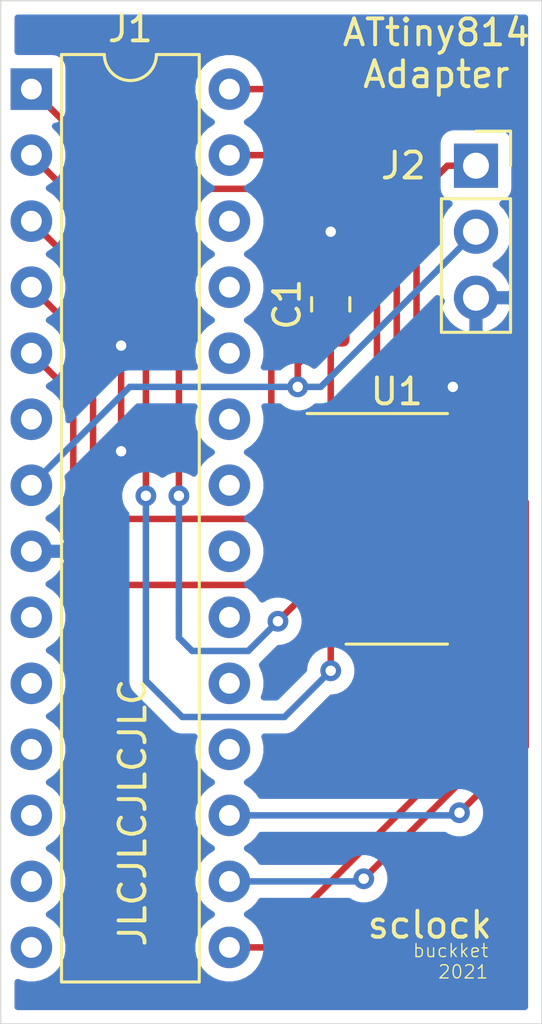
<source format=kicad_pcb>
(kicad_pcb (version 20171130) (host pcbnew 5.1.9)

  (general
    (thickness 1.6)
    (drawings 8)
    (tracks 106)
    (zones 0)
    (modules 4)
    (nets 14)
  )

  (page A4)
  (layers
    (0 F.Cu signal)
    (31 B.Cu signal)
    (32 B.Adhes user)
    (33 F.Adhes user)
    (34 B.Paste user)
    (35 F.Paste user)
    (36 B.SilkS user)
    (37 F.SilkS user)
    (38 B.Mask user)
    (39 F.Mask user)
    (40 Dwgs.User user)
    (41 Cmts.User user)
    (42 Eco1.User user)
    (43 Eco2.User user)
    (44 Edge.Cuts user)
    (45 Margin user)
    (46 B.CrtYd user)
    (47 F.CrtYd user)
    (48 B.Fab user)
    (49 F.Fab user hide)
  )

  (setup
    (last_trace_width 0.25)
    (trace_clearance 0.2)
    (zone_clearance 0.508)
    (zone_45_only no)
    (trace_min 0.2)
    (via_size 0.8)
    (via_drill 0.4)
    (via_min_size 0.4)
    (via_min_drill 0.3)
    (uvia_size 0.3)
    (uvia_drill 0.1)
    (uvias_allowed no)
    (uvia_min_size 0.2)
    (uvia_min_drill 0.1)
    (edge_width 0.05)
    (segment_width 0.2)
    (pcb_text_width 0.3)
    (pcb_text_size 1.5 1.5)
    (mod_edge_width 0.12)
    (mod_text_size 1 1)
    (mod_text_width 0.15)
    (pad_size 1.524 1.524)
    (pad_drill 0.762)
    (pad_to_mask_clearance 0)
    (aux_axis_origin 0 0)
    (visible_elements FFFFFF7F)
    (pcbplotparams
      (layerselection 0x010f0_ffffffff)
      (usegerberextensions false)
      (usegerberattributes false)
      (usegerberadvancedattributes false)
      (creategerberjobfile false)
      (excludeedgelayer true)
      (linewidth 0.100000)
      (plotframeref false)
      (viasonmask false)
      (mode 1)
      (useauxorigin false)
      (hpglpennumber 1)
      (hpglpenspeed 20)
      (hpglpendiameter 15.000000)
      (psnegative false)
      (psa4output false)
      (plotreference true)
      (plotvalue false)
      (plotinvisibletext false)
      (padsonsilk true)
      (subtractmaskfromsilk false)
      (outputformat 1)
      (mirror false)
      (drillshape 0)
      (scaleselection 1)
      (outputdirectory "plots/"))
  )

  (net 0 "")
  (net 1 +3V3)
  (net 2 GND)
  (net 3 RESET)
  (net 4 SHDN)
  (net 5 RXI)
  (net 6 CPULSE1)
  (net 7 TXO)
  (net 8 CPULSE2)
  (net 9 INT0)
  (net 10 CONFIG)
  (net 11 SDA)
  (net 12 SCL)
  (net 13 UPDI)

  (net_class Default "This is the default net class."
    (clearance 0.2)
    (trace_width 0.25)
    (via_dia 0.8)
    (via_drill 0.4)
    (uvia_dia 0.3)
    (uvia_drill 0.1)
    (add_net +3V3)
    (add_net CONFIG)
    (add_net CPULSE1)
    (add_net CPULSE2)
    (add_net GND)
    (add_net INT0)
    (add_net RESET)
    (add_net RXI)
    (add_net SCL)
    (add_net SDA)
    (add_net SHDN)
    (add_net TXO)
    (add_net UPDI)
  )

  (module Package_DIP:DIP-28_W7.62mm (layer F.Cu) (tedit 5A02E8C5) (tstamp 603E6CD8)
    (at 148.5011 105.0036)
    (descr "28-lead though-hole mounted DIP package, row spacing 7.62 mm (300 mils)")
    (tags "THT DIP DIL PDIP 2.54mm 7.62mm 300mil")
    (path /603E9A33)
    (fp_text reference J1 (at 3.81 -2.33) (layer F.SilkS)
      (effects (font (size 1 1) (thickness 0.15)))
    )
    (fp_text value Conn_02x14_Counter_Clockwise (at 10.6299 35.3314) (layer F.Fab)
      (effects (font (size 1 1) (thickness 0.15)))
    )
    (fp_line (start 8.7 -1.55) (end -1.1 -1.55) (layer F.CrtYd) (width 0.05))
    (fp_line (start 8.7 34.55) (end 8.7 -1.55) (layer F.CrtYd) (width 0.05))
    (fp_line (start -1.1 34.55) (end 8.7 34.55) (layer F.CrtYd) (width 0.05))
    (fp_line (start -1.1 -1.55) (end -1.1 34.55) (layer F.CrtYd) (width 0.05))
    (fp_line (start 6.46 -1.33) (end 4.81 -1.33) (layer F.SilkS) (width 0.12))
    (fp_line (start 6.46 34.35) (end 6.46 -1.33) (layer F.SilkS) (width 0.12))
    (fp_line (start 1.16 34.35) (end 6.46 34.35) (layer F.SilkS) (width 0.12))
    (fp_line (start 1.16 -1.33) (end 1.16 34.35) (layer F.SilkS) (width 0.12))
    (fp_line (start 2.81 -1.33) (end 1.16 -1.33) (layer F.SilkS) (width 0.12))
    (fp_line (start 0.635 -0.27) (end 1.635 -1.27) (layer F.Fab) (width 0.1))
    (fp_line (start 0.635 34.29) (end 0.635 -0.27) (layer F.Fab) (width 0.1))
    (fp_line (start 6.985 34.29) (end 0.635 34.29) (layer F.Fab) (width 0.1))
    (fp_line (start 6.985 -1.27) (end 6.985 34.29) (layer F.Fab) (width 0.1))
    (fp_line (start 1.635 -1.27) (end 6.985 -1.27) (layer F.Fab) (width 0.1))
    (fp_arc (start 3.81 -1.33) (end 2.81 -1.33) (angle -180) (layer F.SilkS) (width 0.12))
    (fp_text user %R (at 3.81 16.51) (layer F.Fab)
      (effects (font (size 1 1) (thickness 0.15)))
    )
    (pad 1 thru_hole rect (at 0 0) (size 1.6 1.6) (drill 0.8) (layers *.Cu *.Mask)
      (net 3 RESET))
    (pad 15 thru_hole oval (at 7.62 33.02) (size 1.6 1.6) (drill 0.8) (layers *.Cu *.Mask)
      (net 4 SHDN))
    (pad 2 thru_hole oval (at 0 2.54) (size 1.6 1.6) (drill 0.8) (layers *.Cu *.Mask)
      (net 5 RXI))
    (pad 16 thru_hole oval (at 7.62 30.48) (size 1.6 1.6) (drill 0.8) (layers *.Cu *.Mask)
      (net 6 CPULSE1))
    (pad 3 thru_hole oval (at 0 5.08) (size 1.6 1.6) (drill 0.8) (layers *.Cu *.Mask)
      (net 7 TXO))
    (pad 17 thru_hole oval (at 7.62 27.94) (size 1.6 1.6) (drill 0.8) (layers *.Cu *.Mask)
      (net 8 CPULSE2))
    (pad 4 thru_hole oval (at 0 7.62) (size 1.6 1.6) (drill 0.8) (layers *.Cu *.Mask)
      (net 9 INT0))
    (pad 18 thru_hole oval (at 7.62 25.4) (size 1.6 1.6) (drill 0.8) (layers *.Cu *.Mask))
    (pad 5 thru_hole oval (at 0 10.16) (size 1.6 1.6) (drill 0.8) (layers *.Cu *.Mask)
      (net 10 CONFIG))
    (pad 19 thru_hole oval (at 7.62 22.86) (size 1.6 1.6) (drill 0.8) (layers *.Cu *.Mask))
    (pad 6 thru_hole oval (at 0 12.7) (size 1.6 1.6) (drill 0.8) (layers *.Cu *.Mask))
    (pad 20 thru_hole oval (at 7.62 20.32) (size 1.6 1.6) (drill 0.8) (layers *.Cu *.Mask))
    (pad 7 thru_hole oval (at 0 15.24) (size 1.6 1.6) (drill 0.8) (layers *.Cu *.Mask)
      (net 1 +3V3))
    (pad 21 thru_hole oval (at 7.62 17.78) (size 1.6 1.6) (drill 0.8) (layers *.Cu *.Mask))
    (pad 8 thru_hole oval (at 0 17.78) (size 1.6 1.6) (drill 0.8) (layers *.Cu *.Mask)
      (net 2 GND))
    (pad 22 thru_hole oval (at 7.62 15.24) (size 1.6 1.6) (drill 0.8) (layers *.Cu *.Mask))
    (pad 9 thru_hole oval (at 0 20.32) (size 1.6 1.6) (drill 0.8) (layers *.Cu *.Mask))
    (pad 23 thru_hole oval (at 7.62 12.7) (size 1.6 1.6) (drill 0.8) (layers *.Cu *.Mask))
    (pad 10 thru_hole oval (at 0 22.86) (size 1.6 1.6) (drill 0.8) (layers *.Cu *.Mask))
    (pad 24 thru_hole oval (at 7.62 10.16) (size 1.6 1.6) (drill 0.8) (layers *.Cu *.Mask))
    (pad 11 thru_hole oval (at 0 25.4) (size 1.6 1.6) (drill 0.8) (layers *.Cu *.Mask))
    (pad 25 thru_hole oval (at 7.62 7.62) (size 1.6 1.6) (drill 0.8) (layers *.Cu *.Mask))
    (pad 12 thru_hole oval (at 0 27.94) (size 1.6 1.6) (drill 0.8) (layers *.Cu *.Mask))
    (pad 26 thru_hole oval (at 7.62 5.08) (size 1.6 1.6) (drill 0.8) (layers *.Cu *.Mask))
    (pad 13 thru_hole oval (at 0 30.48) (size 1.6 1.6) (drill 0.8) (layers *.Cu *.Mask))
    (pad 27 thru_hole oval (at 7.62 2.54) (size 1.6 1.6) (drill 0.8) (layers *.Cu *.Mask)
      (net 11 SDA))
    (pad 14 thru_hole oval (at 0 33.02) (size 1.6 1.6) (drill 0.8) (layers *.Cu *.Mask))
    (pad 28 thru_hole oval (at 7.62 0) (size 1.6 1.6) (drill 0.8) (layers *.Cu *.Mask)
      (net 12 SCL))
    (model ${KISYS3DMOD}/Package_DIP.3dshapes/DIP-28_W7.62mm.wrl
      (at (xyz 0 0 0))
      (scale (xyz 1 1 1))
      (rotate (xyz 0 0 0))
    )
  )

  (module Capacitor_SMD:C_0805_2012Metric_Pad1.18x1.45mm_HandSolder (layer F.Cu) (tedit 5F68FEEF) (tstamp 603E7EF3)
    (at 160.02 113.284 90)
    (descr "Capacitor SMD 0805 (2012 Metric), square (rectangular) end terminal, IPC_7351 nominal with elongated pad for handsoldering. (Body size source: IPC-SM-782 page 76, https://www.pcb-3d.com/wordpress/wp-content/uploads/ipc-sm-782a_amendment_1_and_2.pdf, https://docs.google.com/spreadsheets/d/1BsfQQcO9C6DZCsRaXUlFlo91Tg2WpOkGARC1WS5S8t0/edit?usp=sharing), generated with kicad-footprint-generator")
    (tags "capacitor handsolder")
    (path /60406EBD)
    (attr smd)
    (fp_text reference C1 (at 0 -1.68 90) (layer F.SilkS)
      (effects (font (size 1 1) (thickness 0.15)))
    )
    (fp_text value 100n (at 0 1.68 90) (layer F.Fab)
      (effects (font (size 1 1) (thickness 0.15)))
    )
    (fp_line (start 1.88 0.98) (end -1.88 0.98) (layer F.CrtYd) (width 0.05))
    (fp_line (start 1.88 -0.98) (end 1.88 0.98) (layer F.CrtYd) (width 0.05))
    (fp_line (start -1.88 -0.98) (end 1.88 -0.98) (layer F.CrtYd) (width 0.05))
    (fp_line (start -1.88 0.98) (end -1.88 -0.98) (layer F.CrtYd) (width 0.05))
    (fp_line (start -0.261252 0.735) (end 0.261252 0.735) (layer F.SilkS) (width 0.12))
    (fp_line (start -0.261252 -0.735) (end 0.261252 -0.735) (layer F.SilkS) (width 0.12))
    (fp_line (start 1 0.625) (end -1 0.625) (layer F.Fab) (width 0.1))
    (fp_line (start 1 -0.625) (end 1 0.625) (layer F.Fab) (width 0.1))
    (fp_line (start -1 -0.625) (end 1 -0.625) (layer F.Fab) (width 0.1))
    (fp_line (start -1 0.625) (end -1 -0.625) (layer F.Fab) (width 0.1))
    (fp_text user %R (at 0 0 90) (layer F.Fab)
      (effects (font (size 0.5 0.5) (thickness 0.08)))
    )
    (pad 1 smd roundrect (at -1.0375 0 90) (size 1.175 1.45) (layers F.Cu F.Paste F.Mask) (roundrect_rratio 0.2127659574468085)
      (net 1 +3V3))
    (pad 2 smd roundrect (at 1.0375 0 90) (size 1.175 1.45) (layers F.Cu F.Paste F.Mask) (roundrect_rratio 0.2127659574468085)
      (net 2 GND))
    (model ${KISYS3DMOD}/Capacitor_SMD.3dshapes/C_0805_2012Metric.wrl
      (at (xyz 0 0 0))
      (scale (xyz 1 1 1))
      (rotate (xyz 0 0 0))
    )
  )

  (module Package_SO:SOIC-14_3.9x8.7mm_P1.27mm (layer F.Cu) (tedit 5D9F72B1) (tstamp 603E62C7)
    (at 162.56 121.92)
    (descr "SOIC, 14 Pin (JEDEC MS-012AB, https://www.analog.com/media/en/package-pcb-resources/package/pkg_pdf/soic_narrow-r/r_14.pdf), generated with kicad-footprint-generator ipc_gullwing_generator.py")
    (tags "SOIC SO")
    (path /603E4AEF)
    (attr smd)
    (fp_text reference U1 (at 0 -5.28) (layer F.SilkS)
      (effects (font (size 1 1) (thickness 0.15)))
    )
    (fp_text value ATtiny814-SS (at 0 5.28) (layer F.Fab)
      (effects (font (size 1 1) (thickness 0.15)))
    )
    (fp_line (start 3.7 -4.58) (end -3.7 -4.58) (layer F.CrtYd) (width 0.05))
    (fp_line (start 3.7 4.58) (end 3.7 -4.58) (layer F.CrtYd) (width 0.05))
    (fp_line (start -3.7 4.58) (end 3.7 4.58) (layer F.CrtYd) (width 0.05))
    (fp_line (start -3.7 -4.58) (end -3.7 4.58) (layer F.CrtYd) (width 0.05))
    (fp_line (start -1.95 -3.35) (end -0.975 -4.325) (layer F.Fab) (width 0.1))
    (fp_line (start -1.95 4.325) (end -1.95 -3.35) (layer F.Fab) (width 0.1))
    (fp_line (start 1.95 4.325) (end -1.95 4.325) (layer F.Fab) (width 0.1))
    (fp_line (start 1.95 -4.325) (end 1.95 4.325) (layer F.Fab) (width 0.1))
    (fp_line (start -0.975 -4.325) (end 1.95 -4.325) (layer F.Fab) (width 0.1))
    (fp_line (start 0 -4.435) (end -3.45 -4.435) (layer F.SilkS) (width 0.12))
    (fp_line (start 0 -4.435) (end 1.95 -4.435) (layer F.SilkS) (width 0.12))
    (fp_line (start 0 4.435) (end -1.95 4.435) (layer F.SilkS) (width 0.12))
    (fp_line (start 0 4.435) (end 1.95 4.435) (layer F.SilkS) (width 0.12))
    (fp_text user %R (at 0 0) (layer F.Fab)
      (effects (font (size 0.98 0.98) (thickness 0.15)))
    )
    (pad 1 smd roundrect (at -2.475 -3.81) (size 1.95 0.6) (layers F.Cu F.Paste F.Mask) (roundrect_rratio 0.25)
      (net 1 +3V3))
    (pad 2 smd roundrect (at -2.475 -2.54) (size 1.95 0.6) (layers F.Cu F.Paste F.Mask) (roundrect_rratio 0.25))
    (pad 3 smd roundrect (at -2.475 -1.27) (size 1.95 0.6) (layers F.Cu F.Paste F.Mask) (roundrect_rratio 0.25)
      (net 3 RESET))
    (pad 4 smd roundrect (at -2.475 0) (size 1.95 0.6) (layers F.Cu F.Paste F.Mask) (roundrect_rratio 0.25)
      (net 9 INT0))
    (pad 5 smd roundrect (at -2.475 1.27) (size 1.95 0.6) (layers F.Cu F.Paste F.Mask) (roundrect_rratio 0.25)
      (net 10 CONFIG))
    (pad 6 smd roundrect (at -2.475 2.54) (size 1.95 0.6) (layers F.Cu F.Paste F.Mask) (roundrect_rratio 0.25)
      (net 5 RXI))
    (pad 7 smd roundrect (at -2.475 3.81) (size 1.95 0.6) (layers F.Cu F.Paste F.Mask) (roundrect_rratio 0.25)
      (net 7 TXO))
    (pad 8 smd roundrect (at 2.475 3.81) (size 1.95 0.6) (layers F.Cu F.Paste F.Mask) (roundrect_rratio 0.25)
      (net 11 SDA))
    (pad 9 smd roundrect (at 2.475 2.54) (size 1.95 0.6) (layers F.Cu F.Paste F.Mask) (roundrect_rratio 0.25)
      (net 12 SCL))
    (pad 10 smd roundrect (at 2.475 1.27) (size 1.95 0.6) (layers F.Cu F.Paste F.Mask) (roundrect_rratio 0.25)
      (net 13 UPDI))
    (pad 11 smd roundrect (at 2.475 0) (size 1.95 0.6) (layers F.Cu F.Paste F.Mask) (roundrect_rratio 0.25)
      (net 4 SHDN))
    (pad 12 smd roundrect (at 2.475 -1.27) (size 1.95 0.6) (layers F.Cu F.Paste F.Mask) (roundrect_rratio 0.25)
      (net 6 CPULSE1))
    (pad 13 smd roundrect (at 2.475 -2.54) (size 1.95 0.6) (layers F.Cu F.Paste F.Mask) (roundrect_rratio 0.25)
      (net 8 CPULSE2))
    (pad 14 smd roundrect (at 2.475 -3.81) (size 1.95 0.6) (layers F.Cu F.Paste F.Mask) (roundrect_rratio 0.25)
      (net 2 GND))
    (model ${KISYS3DMOD}/Package_SO.3dshapes/SOIC-14_3.9x8.7mm_P1.27mm.wrl
      (at (xyz 0 0 0))
      (scale (xyz 1 1 1))
      (rotate (xyz 0 0 0))
    )
  )

  (module Connector_PinSocket_2.54mm:PinSocket_1x03_P2.54mm_Vertical (layer F.Cu) (tedit 5A19A429) (tstamp 60435BEE)
    (at 165.608 107.95)
    (descr "Through hole straight socket strip, 1x03, 2.54mm pitch, single row (from Kicad 4.0.7), script generated")
    (tags "Through hole socket strip THT 1x03 2.54mm single row")
    (path /60450C3F)
    (fp_text reference J2 (at -2.794 0) (layer F.SilkS)
      (effects (font (size 1 1) (thickness 0.15)))
    )
    (fp_text value Conn_01x03_Male (at 0 7.85) (layer F.Fab)
      (effects (font (size 1 1) (thickness 0.15)))
    )
    (fp_text user %R (at 0 2.54 90) (layer F.Fab)
      (effects (font (size 1 1) (thickness 0.15)))
    )
    (fp_line (start -1.27 -1.27) (end 0.635 -1.27) (layer F.Fab) (width 0.1))
    (fp_line (start 0.635 -1.27) (end 1.27 -0.635) (layer F.Fab) (width 0.1))
    (fp_line (start 1.27 -0.635) (end 1.27 6.35) (layer F.Fab) (width 0.1))
    (fp_line (start 1.27 6.35) (end -1.27 6.35) (layer F.Fab) (width 0.1))
    (fp_line (start -1.27 6.35) (end -1.27 -1.27) (layer F.Fab) (width 0.1))
    (fp_line (start -1.33 1.27) (end 1.33 1.27) (layer F.SilkS) (width 0.12))
    (fp_line (start -1.33 1.27) (end -1.33 6.41) (layer F.SilkS) (width 0.12))
    (fp_line (start -1.33 6.41) (end 1.33 6.41) (layer F.SilkS) (width 0.12))
    (fp_line (start 1.33 1.27) (end 1.33 6.41) (layer F.SilkS) (width 0.12))
    (fp_line (start 1.33 -1.33) (end 1.33 0) (layer F.SilkS) (width 0.12))
    (fp_line (start 0 -1.33) (end 1.33 -1.33) (layer F.SilkS) (width 0.12))
    (fp_line (start -1.8 -1.8) (end 1.75 -1.8) (layer F.CrtYd) (width 0.05))
    (fp_line (start 1.75 -1.8) (end 1.75 6.85) (layer F.CrtYd) (width 0.05))
    (fp_line (start 1.75 6.85) (end -1.8 6.85) (layer F.CrtYd) (width 0.05))
    (fp_line (start -1.8 6.85) (end -1.8 -1.8) (layer F.CrtYd) (width 0.05))
    (pad 3 thru_hole oval (at 0 5.08) (size 1.7 1.7) (drill 1) (layers *.Cu *.Mask)
      (net 2 GND))
    (pad 2 thru_hole oval (at 0 2.54) (size 1.7 1.7) (drill 1) (layers *.Cu *.Mask)
      (net 1 +3V3))
    (pad 1 thru_hole rect (at 0 0) (size 1.7 1.7) (drill 1) (layers *.Cu *.Mask)
      (net 13 UPDI))
    (model ${KISYS3DMOD}/Connector_PinSocket_2.54mm.3dshapes/PinSocket_1x03_P2.54mm_Vertical.wrl
      (at (xyz 0 0 0))
      (scale (xyz 1 1 1))
      (rotate (xyz 0 0 0))
    )
  )

  (gr_line (start 147.32 140.97) (end 168.148 140.97) (layer Edge.Cuts) (width 0.05) (tstamp 60435BA8))
  (gr_line (start 147.32 101.6) (end 168.148 101.6) (layer Edge.Cuts) (width 0.05) (tstamp 60435BA7))
  (gr_line (start 168.148 140.97) (end 168.148 101.6) (layer Edge.Cuts) (width 0.05))
  (gr_text JLCJLCJLCJLC (at 152.4 132.842 90) (layer F.SilkS)
    (effects (font (size 1 1) (thickness 0.15)))
  )
  (gr_text sclock (at 163.83 137.16) (layer F.SilkS) (tstamp 60435E2A)
    (effects (font (size 1 1) (thickness 0.15)))
  )
  (gr_text "buckket\n2021" (at 166.116 138.557) (layer F.SilkS) (tstamp 60435E27)
    (effects (font (size 0.508 0.508) (thickness 0.0508)) (justify right))
  )
  (gr_text "ATtiny814\nAdapter\n" (at 164.084 103.632) (layer F.SilkS) (tstamp 60435BAB)
    (effects (font (size 1 1) (thickness 0.15)))
  )
  (gr_line (start 147.32 101.6) (end 147.32 140.97) (layer Edge.Cuts) (width 0.05) (tstamp 60435AE6))

  (via (at 151.9555 118.9355) (size 0.8) (drill 0.4) (layers F.Cu B.Cu) (net 2))
  (via (at 151.9555 114.8715) (size 0.8) (drill 0.4) (layers F.Cu B.Cu) (net 2))
  (segment (start 148.5011 120.2436) (end 152.2857 116.459) (width 0.25) (layer B.Cu) (net 1) (status 10))
  (segment (start 160.02 118.045) (end 160.085 118.11) (width 0.25) (layer F.Cu) (net 1) (status 30))
  (segment (start 160.02 114.3215) (end 160.02 118.045) (width 0.25) (layer F.Cu) (net 1) (status 30))
  (via (at 158.75 116.459) (size 0.8) (drill 0.4) (layers F.Cu B.Cu) (net 1))
  (segment (start 158.75 115.5915) (end 160.02 114.3215) (width 0.25) (layer F.Cu) (net 1) (status 20))
  (segment (start 158.75 116.459) (end 158.75 115.5915) (width 0.25) (layer F.Cu) (net 1))
  (segment (start 158.75 116.459) (end 159.639 116.459) (width 0.25) (layer B.Cu) (net 1) (status 1000000))
  (segment (start 159.639 116.459) (end 165.608 110.49) (width 0.25) (layer B.Cu) (net 1) (status 1000000))
  (segment (start 152.2857 116.459) (end 158.75 116.459) (width 0.25) (layer B.Cu) (net 1))
  (segment (start 165.608 110.49) (end 164.1475 111.9505) (width 0.25) (layer B.Cu) (net 1))
  (segment (start 165.1 118.045) (end 165.035 118.11) (width 0.25) (layer F.Cu) (net 2) (status 30))
  (segment (start 165.035 116.775) (end 164.719 116.459) (width 0.25) (layer F.Cu) (net 2))
  (via (at 164.719 116.459) (size 0.8) (drill 0.4) (layers F.Cu B.Cu) (net 2))
  (segment (start 165.035 118.11) (end 165.035 116.775) (width 0.25) (layer F.Cu) (net 2) (status 10))
  (segment (start 160.02 112.2465) (end 160.02 110.49) (width 0.25) (layer F.Cu) (net 2) (status 10))
  (via (at 160.02 110.49) (size 0.8) (drill 0.4) (layers F.Cu B.Cu) (net 2))
  (segment (start 151.9555 114.8715) (end 151.9555 118.9355) (width 0.25) (layer F.Cu) (net 2))
  (segment (start 152.3365 108.839) (end 148.5011 105.0036) (width 0.25) (layer F.Cu) (net 3))
  (segment (start 156.972 108.839) (end 152.3365 108.839) (width 0.25) (layer F.Cu) (net 3))
  (segment (start 157.734 109.601) (end 156.972 108.839) (width 0.25) (layer F.Cu) (net 3))
  (segment (start 159.11 120.65) (end 157.734 119.274) (width 0.25) (layer F.Cu) (net 3))
  (segment (start 157.734 119.274) (end 157.734 109.601) (width 0.25) (layer F.Cu) (net 3))
  (segment (start 160.085 120.65) (end 159.11 120.65) (width 0.25) (layer F.Cu) (net 3))
  (segment (start 166.01 121.92) (end 166.624 122.534) (width 0.25) (layer F.Cu) (net 4))
  (segment (start 165.035 121.92) (end 166.01 121.92) (width 0.25) (layer F.Cu) (net 4) (status 10))
  (segment (start 157.49438 138.0236) (end 156.1211 138.0236) (width 0.25) (layer F.Cu) (net 4) (status 20))
  (segment (start 166.624 122.534) (end 166.624 128.89398) (width 0.25) (layer F.Cu) (net 4))
  (segment (start 166.624 128.89398) (end 157.49438 138.0236) (width 0.25) (layer F.Cu) (net 4))
  (segment (start 160.085 124.46) (end 161.06 124.46) (width 0.25) (layer F.Cu) (net 5) (status 10))
  (via (at 154.178 120.65) (size 0.8) (drill 0.4) (layers F.Cu B.Cu) (net 5))
  (segment (start 154.178 113.2205) (end 154.178 120.65) (width 0.25) (layer F.Cu) (net 5))
  (segment (start 148.5011 107.5436) (end 154.178 113.2205) (width 0.25) (layer F.Cu) (net 5))
  (segment (start 154.178 120.65) (end 154.178 125.222) (width 0.25) (layer B.Cu) (net 5))
  (segment (start 154.178 125.222) (end 154.178 126.111) (width 0.25) (layer B.Cu) (net 5))
  (segment (start 154.178 126.111) (end 154.686 126.619) (width 0.25) (layer B.Cu) (net 5))
  (via (at 157.988 125.476) (size 0.8) (drill 0.4) (layers F.Cu B.Cu) (net 5))
  (segment (start 156.845 126.619) (end 157.988 125.476) (width 0.25) (layer B.Cu) (net 5))
  (segment (start 156.718 126.619) (end 156.845 126.619) (width 0.25) (layer B.Cu) (net 5))
  (segment (start 154.686 126.619) (end 156.718 126.619) (width 0.25) (layer B.Cu) (net 5))
  (segment (start 159.004 124.46) (end 160.085 124.46) (width 0.25) (layer F.Cu) (net 5))
  (segment (start 157.988 125.476) (end 159.004 124.46) (width 0.25) (layer F.Cu) (net 5))
  (via (at 161.29 135.382) (size 0.8) (drill 0.4) (layers F.Cu B.Cu) (net 6))
  (segment (start 161.1884 135.4836) (end 161.29 135.382) (width 0.25) (layer B.Cu) (net 6))
  (segment (start 156.1211 135.4836) (end 161.1884 135.4836) (width 0.25) (layer B.Cu) (net 6) (status 10))
  (segment (start 161.29 135.382) (end 167.07401 129.59799) (width 0.25) (layer F.Cu) (net 6))
  (segment (start 166.01 120.65) (end 165.035 120.65) (width 0.25) (layer F.Cu) (net 6) (status 20))
  (segment (start 167.07401 121.71401) (end 166.01 120.65) (width 0.25) (layer F.Cu) (net 6))
  (segment (start 167.07401 129.59799) (end 167.07401 121.71401) (width 0.25) (layer F.Cu) (net 6))
  (via (at 152.908 120.65) (size 0.8) (drill 0.4) (layers F.Cu B.Cu) (net 7))
  (segment (start 152.908 114.4905) (end 152.908 120.65) (width 0.25) (layer F.Cu) (net 7))
  (segment (start 148.5011 110.0836) (end 152.908 114.4905) (width 0.25) (layer F.Cu) (net 7))
  (segment (start 152.908 120.65) (end 152.908 126.315502) (width 0.25) (layer B.Cu) (net 7))
  (segment (start 152.908 126.315502) (end 152.908 126.6055) (width 0.25) (layer B.Cu) (net 7))
  (segment (start 152.908 126.6055) (end 152.908 127.762) (width 0.25) (layer B.Cu) (net 7))
  (segment (start 152.908 127.762) (end 154.305 129.159) (width 0.25) (layer B.Cu) (net 7))
  (via (at 160.02 127.381) (size 0.8) (drill 0.4) (layers F.Cu B.Cu) (net 7))
  (segment (start 158.242 129.159) (end 160.02 127.381) (width 0.25) (layer B.Cu) (net 7))
  (segment (start 154.305 129.159) (end 158.242 129.159) (width 0.25) (layer B.Cu) (net 7))
  (segment (start 160.02 125.795) (end 160.085 125.73) (width 0.25) (layer F.Cu) (net 7))
  (segment (start 160.02 127.381) (end 160.02 125.795) (width 0.25) (layer F.Cu) (net 7))
  (via (at 164.973 132.842) (size 0.8) (drill 0.4) (layers F.Cu B.Cu) (net 8))
  (segment (start 164.8714 132.9436) (end 164.973 132.842) (width 0.25) (layer B.Cu) (net 8))
  (segment (start 156.1211 132.9436) (end 164.8714 132.9436) (width 0.25) (layer B.Cu) (net 8) (status 10))
  (segment (start 166.01 119.38) (end 165.035 119.38) (width 0.25) (layer F.Cu) (net 8) (status 20))
  (segment (start 167.52402 120.89402) (end 166.01 119.38) (width 0.25) (layer F.Cu) (net 8))
  (segment (start 167.52402 130.29098) (end 167.52402 120.89402) (width 0.25) (layer F.Cu) (net 8))
  (segment (start 164.973 132.842) (end 167.52402 130.29098) (width 0.25) (layer F.Cu) (net 8))
  (segment (start 158.242 121.92) (end 160.085 121.92) (width 0.25) (layer F.Cu) (net 9) (status 20))
  (segment (start 157.861 121.539) (end 158.242 121.92) (width 0.25) (layer F.Cu) (net 9))
  (segment (start 154.686 121.539) (end 156.21 121.539) (width 0.25) (layer F.Cu) (net 9))
  (segment (start 156.541502 121.539) (end 157.353 121.539) (width 0.25) (layer F.Cu) (net 9))
  (segment (start 154.559 121.539) (end 156.541502 121.539) (width 0.25) (layer F.Cu) (net 9))
  (segment (start 156.21 121.539) (end 157.353 121.539) (width 0.25) (layer F.Cu) (net 9))
  (segment (start 157.353 121.539) (end 157.861 121.539) (width 0.25) (layer F.Cu) (net 9))
  (segment (start 154.559 121.539) (end 156.21 121.539) (width 0.25) (layer F.Cu) (net 9))
  (segment (start 151.765 121.539) (end 152.654 121.539) (width 0.25) (layer F.Cu) (net 9))
  (segment (start 150.876 114.9985) (end 150.876 120.65) (width 0.25) (layer F.Cu) (net 9))
  (segment (start 152.654 121.539) (end 154.559 121.539) (width 0.25) (layer F.Cu) (net 9))
  (segment (start 148.5011 112.6236) (end 150.876 114.9985) (width 0.25) (layer F.Cu) (net 9))
  (segment (start 150.876 120.65) (end 151.765 121.539) (width 0.25) (layer F.Cu) (net 9))
  (segment (start 158.242 123.19) (end 157.353 124.079) (width 0.25) (layer F.Cu) (net 10))
  (segment (start 160.085 123.19) (end 158.242 123.19) (width 0.25) (layer F.Cu) (net 10) (status 10))
  (segment (start 157.353 124.079) (end 155.448 124.079) (width 0.25) (layer F.Cu) (net 10))
  (segment (start 155.448 124.079) (end 154.686 124.079) (width 0.25) (layer F.Cu) (net 10))
  (segment (start 148.5011 115.1636) (end 150.114 116.7765) (width 0.25) (layer F.Cu) (net 10))
  (segment (start 150.114 116.7765) (end 150.114 123.19) (width 0.25) (layer F.Cu) (net 10))
  (segment (start 151.003 124.079) (end 152.781 124.079) (width 0.25) (layer F.Cu) (net 10))
  (segment (start 150.114 123.19) (end 151.003 124.079) (width 0.25) (layer F.Cu) (net 10))
  (segment (start 155.448 124.079) (end 152.781 124.079) (width 0.25) (layer F.Cu) (net 10))
  (segment (start 164.06 125.73) (end 165.035 125.73) (width 0.25) (layer F.Cu) (net 11) (status 30))
  (segment (start 161.798 123.468) (end 164.06 125.73) (width 0.25) (layer F.Cu) (net 11) (status 20))
  (segment (start 158.8516 107.5436) (end 161.798 110.49) (width 0.25) (layer F.Cu) (net 11))
  (segment (start 156.1211 107.5436) (end 158.8516 107.5436) (width 0.25) (layer F.Cu) (net 11) (status 10))
  (segment (start 161.798 123.468) (end 161.798 110.49) (width 0.25) (layer F.Cu) (net 11))
  (segment (start 164.06 124.46) (end 165.035 124.46) (width 0.25) (layer F.Cu) (net 12) (status 30))
  (segment (start 162.56 122.96) (end 164.06 124.46) (width 0.25) (layer F.Cu) (net 12) (status 20))
  (segment (start 158.0896 105.0036) (end 162.56 109.474) (width 0.25) (layer F.Cu) (net 12))
  (segment (start 162.56 122.96) (end 162.56 109.474) (width 0.25) (layer F.Cu) (net 12))
  (segment (start 156.1211 105.0036) (end 158.0896 105.0036) (width 0.25) (layer F.Cu) (net 12) (status 10))
  (segment (start 164.508 107.95) (end 163.322 109.136) (width 0.25) (layer F.Cu) (net 13))
  (segment (start 165.608 107.95) (end 164.508 107.95) (width 0.25) (layer F.Cu) (net 13))
  (segment (start 164.06 123.19) (end 165.035 123.19) (width 0.25) (layer F.Cu) (net 13))
  (segment (start 163.322 122.452) (end 164.06 123.19) (width 0.25) (layer F.Cu) (net 13))
  (segment (start 163.322 109.136) (end 163.322 122.452) (width 0.25) (layer F.Cu) (net 13))

  (zone (net 2) (net_name GND) (layer B.Cu) (tstamp 60435F5B) (hatch edge 0.508)
    (connect_pads (clearance 0.508))
    (min_thickness 0.254)
    (fill yes (arc_segments 32) (thermal_gap 0.508) (thermal_bridge_width 0.508))
    (polygon
      (pts
        (xy 168.148 140.97) (xy 147.32 140.97) (xy 147.32 101.6) (xy 168.148 101.6)
      )
    )
    (filled_polygon
      (pts
        (xy 167.488 140.31) (xy 147.98 140.31) (xy 147.98 139.360985) (xy 148.082526 139.403453) (xy 148.359765 139.4586)
        (xy 148.642435 139.4586) (xy 148.919674 139.403453) (xy 149.180827 139.29528) (xy 149.415859 139.138237) (xy 149.615737 138.938359)
        (xy 149.77278 138.703327) (xy 149.880953 138.442174) (xy 149.9361 138.164935) (xy 149.9361 137.882265) (xy 149.880953 137.605026)
        (xy 149.77278 137.343873) (xy 149.615737 137.108841) (xy 149.415859 136.908963) (xy 149.183341 136.7536) (xy 149.415859 136.598237)
        (xy 149.615737 136.398359) (xy 149.77278 136.163327) (xy 149.880953 135.902174) (xy 149.9361 135.624935) (xy 149.9361 135.342265)
        (xy 149.880953 135.065026) (xy 149.77278 134.803873) (xy 149.615737 134.568841) (xy 149.415859 134.368963) (xy 149.183341 134.2136)
        (xy 149.415859 134.058237) (xy 149.615737 133.858359) (xy 149.77278 133.623327) (xy 149.880953 133.362174) (xy 149.9361 133.084935)
        (xy 149.9361 132.802265) (xy 149.880953 132.525026) (xy 149.77278 132.263873) (xy 149.615737 132.028841) (xy 149.415859 131.828963)
        (xy 149.183341 131.6736) (xy 149.415859 131.518237) (xy 149.615737 131.318359) (xy 149.77278 131.083327) (xy 149.880953 130.822174)
        (xy 149.9361 130.544935) (xy 149.9361 130.262265) (xy 149.880953 129.985026) (xy 149.77278 129.723873) (xy 149.615737 129.488841)
        (xy 149.415859 129.288963) (xy 149.183341 129.1336) (xy 149.415859 128.978237) (xy 149.615737 128.778359) (xy 149.77278 128.543327)
        (xy 149.880953 128.282174) (xy 149.9361 128.004935) (xy 149.9361 127.722265) (xy 149.880953 127.445026) (xy 149.77278 127.183873)
        (xy 149.615737 126.948841) (xy 149.415859 126.748963) (xy 149.183341 126.5936) (xy 149.415859 126.438237) (xy 149.615737 126.238359)
        (xy 149.77278 126.003327) (xy 149.880953 125.742174) (xy 149.9361 125.464935) (xy 149.9361 125.182265) (xy 149.880953 124.905026)
        (xy 149.77278 124.643873) (xy 149.615737 124.408841) (xy 149.415859 124.208963) (xy 149.180827 124.05192) (xy 149.170235 124.047533)
        (xy 149.356231 123.935985) (xy 149.564619 123.747014) (xy 149.732137 123.52102) (xy 149.852346 123.266687) (xy 149.893004 123.132639)
        (xy 149.771015 122.9106) (xy 148.6281 122.9106) (xy 148.6281 122.9306) (xy 148.3741 122.9306) (xy 148.3741 122.9106)
        (xy 148.3541 122.9106) (xy 148.3541 122.6566) (xy 148.3741 122.6566) (xy 148.3741 122.6366) (xy 148.6281 122.6366)
        (xy 148.6281 122.6566) (xy 149.771015 122.6566) (xy 149.893004 122.434561) (xy 149.852346 122.300513) (xy 149.732137 122.04618)
        (xy 149.564619 121.820186) (xy 149.356231 121.631215) (xy 149.170235 121.519667) (xy 149.180827 121.51528) (xy 149.415859 121.358237)
        (xy 149.615737 121.158359) (xy 149.77278 120.923327) (xy 149.880953 120.662174) (xy 149.9361 120.384935) (xy 149.9361 120.102265)
        (xy 149.899788 119.919713) (xy 152.600502 117.219) (xy 154.768596 117.219) (xy 154.741247 117.285026) (xy 154.6861 117.562265)
        (xy 154.6861 117.844935) (xy 154.741247 118.122174) (xy 154.84942 118.383327) (xy 155.006463 118.618359) (xy 155.206341 118.818237)
        (xy 155.438859 118.9736) (xy 155.206341 119.128963) (xy 155.006463 119.328841) (xy 154.84942 119.563873) (xy 154.755346 119.790987)
        (xy 154.668256 119.732795) (xy 154.479898 119.654774) (xy 154.279939 119.615) (xy 154.076061 119.615) (xy 153.876102 119.654774)
        (xy 153.687744 119.732795) (xy 153.543 119.82951) (xy 153.398256 119.732795) (xy 153.209898 119.654774) (xy 153.009939 119.615)
        (xy 152.806061 119.615) (xy 152.606102 119.654774) (xy 152.417744 119.732795) (xy 152.248226 119.846063) (xy 152.104063 119.990226)
        (xy 151.990795 120.159744) (xy 151.912774 120.348102) (xy 151.873 120.548061) (xy 151.873 120.751939) (xy 151.912774 120.951898)
        (xy 151.990795 121.140256) (xy 152.104063 121.309774) (xy 152.148 121.353711) (xy 152.148001 126.27816) (xy 152.148 126.27817)
        (xy 152.148 126.568168) (xy 152.148001 127.724668) (xy 152.144324 127.762) (xy 152.158998 127.910985) (xy 152.202454 128.054246)
        (xy 152.273026 128.186276) (xy 152.344201 128.273002) (xy 152.368 128.302001) (xy 152.396998 128.325799) (xy 153.741201 129.670003)
        (xy 153.764999 129.699001) (xy 153.880724 129.793974) (xy 154.012753 129.864546) (xy 154.156014 129.908003) (xy 154.267667 129.919)
        (xy 154.267676 129.919) (xy 154.304999 129.922676) (xy 154.342322 129.919) (xy 154.768596 129.919) (xy 154.741247 129.985026)
        (xy 154.6861 130.262265) (xy 154.6861 130.544935) (xy 154.741247 130.822174) (xy 154.84942 131.083327) (xy 155.006463 131.318359)
        (xy 155.206341 131.518237) (xy 155.438859 131.6736) (xy 155.206341 131.828963) (xy 155.006463 132.028841) (xy 154.84942 132.263873)
        (xy 154.741247 132.525026) (xy 154.6861 132.802265) (xy 154.6861 133.084935) (xy 154.741247 133.362174) (xy 154.84942 133.623327)
        (xy 155.006463 133.858359) (xy 155.206341 134.058237) (xy 155.438859 134.2136) (xy 155.206341 134.368963) (xy 155.006463 134.568841)
        (xy 154.84942 134.803873) (xy 154.741247 135.065026) (xy 154.6861 135.342265) (xy 154.6861 135.624935) (xy 154.741247 135.902174)
        (xy 154.84942 136.163327) (xy 155.006463 136.398359) (xy 155.206341 136.598237) (xy 155.438859 136.7536) (xy 155.206341 136.908963)
        (xy 155.006463 137.108841) (xy 154.84942 137.343873) (xy 154.741247 137.605026) (xy 154.6861 137.882265) (xy 154.6861 138.164935)
        (xy 154.741247 138.442174) (xy 154.84942 138.703327) (xy 155.006463 138.938359) (xy 155.206341 139.138237) (xy 155.441373 139.29528)
        (xy 155.702526 139.403453) (xy 155.979765 139.4586) (xy 156.262435 139.4586) (xy 156.539674 139.403453) (xy 156.800827 139.29528)
        (xy 157.035859 139.138237) (xy 157.235737 138.938359) (xy 157.39278 138.703327) (xy 157.500953 138.442174) (xy 157.5561 138.164935)
        (xy 157.5561 137.882265) (xy 157.500953 137.605026) (xy 157.39278 137.343873) (xy 157.235737 137.108841) (xy 157.035859 136.908963)
        (xy 156.803341 136.7536) (xy 157.035859 136.598237) (xy 157.235737 136.398359) (xy 157.339143 136.2436) (xy 160.716525 136.2436)
        (xy 160.799744 136.299205) (xy 160.988102 136.377226) (xy 161.188061 136.417) (xy 161.391939 136.417) (xy 161.591898 136.377226)
        (xy 161.780256 136.299205) (xy 161.949774 136.185937) (xy 162.093937 136.041774) (xy 162.207205 135.872256) (xy 162.285226 135.683898)
        (xy 162.325 135.483939) (xy 162.325 135.280061) (xy 162.285226 135.080102) (xy 162.207205 134.891744) (xy 162.093937 134.722226)
        (xy 161.949774 134.578063) (xy 161.780256 134.464795) (xy 161.591898 134.386774) (xy 161.391939 134.347) (xy 161.188061 134.347)
        (xy 160.988102 134.386774) (xy 160.799744 134.464795) (xy 160.630226 134.578063) (xy 160.486063 134.722226) (xy 160.485145 134.7236)
        (xy 157.339143 134.7236) (xy 157.235737 134.568841) (xy 157.035859 134.368963) (xy 156.803341 134.2136) (xy 157.035859 134.058237)
        (xy 157.235737 133.858359) (xy 157.339143 133.7036) (xy 164.399525 133.7036) (xy 164.482744 133.759205) (xy 164.671102 133.837226)
        (xy 164.871061 133.877) (xy 165.074939 133.877) (xy 165.274898 133.837226) (xy 165.463256 133.759205) (xy 165.632774 133.645937)
        (xy 165.776937 133.501774) (xy 165.890205 133.332256) (xy 165.968226 133.143898) (xy 166.008 132.943939) (xy 166.008 132.740061)
        (xy 165.968226 132.540102) (xy 165.890205 132.351744) (xy 165.776937 132.182226) (xy 165.632774 132.038063) (xy 165.463256 131.924795)
        (xy 165.274898 131.846774) (xy 165.074939 131.807) (xy 164.871061 131.807) (xy 164.671102 131.846774) (xy 164.482744 131.924795)
        (xy 164.313226 132.038063) (xy 164.169063 132.182226) (xy 164.168145 132.1836) (xy 157.339143 132.1836) (xy 157.235737 132.028841)
        (xy 157.035859 131.828963) (xy 156.803341 131.6736) (xy 157.035859 131.518237) (xy 157.235737 131.318359) (xy 157.39278 131.083327)
        (xy 157.500953 130.822174) (xy 157.5561 130.544935) (xy 157.5561 130.262265) (xy 157.500953 129.985026) (xy 157.473604 129.919)
        (xy 158.204678 129.919) (xy 158.242 129.922676) (xy 158.279322 129.919) (xy 158.279333 129.919) (xy 158.390986 129.908003)
        (xy 158.534247 129.864546) (xy 158.666276 129.793974) (xy 158.782001 129.699001) (xy 158.805804 129.669997) (xy 160.059802 128.416)
        (xy 160.121939 128.416) (xy 160.321898 128.376226) (xy 160.510256 128.298205) (xy 160.679774 128.184937) (xy 160.823937 128.040774)
        (xy 160.937205 127.871256) (xy 161.015226 127.682898) (xy 161.055 127.482939) (xy 161.055 127.279061) (xy 161.015226 127.079102)
        (xy 160.937205 126.890744) (xy 160.823937 126.721226) (xy 160.679774 126.577063) (xy 160.510256 126.463795) (xy 160.321898 126.385774)
        (xy 160.121939 126.346) (xy 159.918061 126.346) (xy 159.718102 126.385774) (xy 159.529744 126.463795) (xy 159.360226 126.577063)
        (xy 159.216063 126.721226) (xy 159.102795 126.890744) (xy 159.024774 127.079102) (xy 158.985 127.279061) (xy 158.985 127.341198)
        (xy 157.927199 128.399) (xy 157.452562 128.399) (xy 157.500953 128.282174) (xy 157.5561 128.004935) (xy 157.5561 127.722265)
        (xy 157.500953 127.445026) (xy 157.39278 127.183873) (xy 157.379292 127.163686) (xy 157.385001 127.159001) (xy 157.408804 127.129998)
        (xy 158.027802 126.511) (xy 158.089939 126.511) (xy 158.289898 126.471226) (xy 158.478256 126.393205) (xy 158.647774 126.279937)
        (xy 158.791937 126.135774) (xy 158.905205 125.966256) (xy 158.983226 125.777898) (xy 159.023 125.577939) (xy 159.023 125.374061)
        (xy 158.983226 125.174102) (xy 158.905205 124.985744) (xy 158.791937 124.816226) (xy 158.647774 124.672063) (xy 158.478256 124.558795)
        (xy 158.289898 124.480774) (xy 158.089939 124.441) (xy 157.886061 124.441) (xy 157.686102 124.480774) (xy 157.497744 124.558795)
        (xy 157.385877 124.633542) (xy 157.235737 124.408841) (xy 157.035859 124.208963) (xy 156.803341 124.0536) (xy 157.035859 123.898237)
        (xy 157.235737 123.698359) (xy 157.39278 123.463327) (xy 157.500953 123.202174) (xy 157.5561 122.924935) (xy 157.5561 122.642265)
        (xy 157.500953 122.365026) (xy 157.39278 122.103873) (xy 157.235737 121.868841) (xy 157.035859 121.668963) (xy 156.803341 121.5136)
        (xy 157.035859 121.358237) (xy 157.235737 121.158359) (xy 157.39278 120.923327) (xy 157.500953 120.662174) (xy 157.5561 120.384935)
        (xy 157.5561 120.102265) (xy 157.500953 119.825026) (xy 157.39278 119.563873) (xy 157.235737 119.328841) (xy 157.035859 119.128963)
        (xy 156.803341 118.9736) (xy 157.035859 118.818237) (xy 157.235737 118.618359) (xy 157.39278 118.383327) (xy 157.500953 118.122174)
        (xy 157.5561 117.844935) (xy 157.5561 117.562265) (xy 157.500953 117.285026) (xy 157.473604 117.219) (xy 158.046289 117.219)
        (xy 158.090226 117.262937) (xy 158.259744 117.376205) (xy 158.448102 117.454226) (xy 158.648061 117.494) (xy 158.851939 117.494)
        (xy 159.051898 117.454226) (xy 159.240256 117.376205) (xy 159.409774 117.262937) (xy 159.453711 117.219) (xy 159.601678 117.219)
        (xy 159.639 117.222676) (xy 159.676322 117.219) (xy 159.676333 117.219) (xy 159.787986 117.208003) (xy 159.931247 117.164546)
        (xy 160.063276 117.093974) (xy 160.179001 116.999001) (xy 160.202804 116.969997) (xy 164.123 113.049802) (xy 164.123 113.157002)
        (xy 164.287844 113.157002) (xy 164.166524 113.38689) (xy 164.211175 113.534099) (xy 164.336359 113.79692) (xy 164.510412 114.030269)
        (xy 164.726645 114.225178) (xy 164.976748 114.374157) (xy 165.251109 114.471481) (xy 165.481 114.350814) (xy 165.481 113.157)
        (xy 165.735 113.157) (xy 165.735 114.350814) (xy 165.964891 114.471481) (xy 166.239252 114.374157) (xy 166.489355 114.225178)
        (xy 166.705588 114.030269) (xy 166.879641 113.79692) (xy 167.004825 113.534099) (xy 167.049476 113.38689) (xy 166.928155 113.157)
        (xy 165.735 113.157) (xy 165.481 113.157) (xy 165.461 113.157) (xy 165.461 112.903) (xy 165.481 112.903)
        (xy 165.481 112.883) (xy 165.735 112.883) (xy 165.735 112.903) (xy 166.928155 112.903) (xy 167.049476 112.67311)
        (xy 167.004825 112.525901) (xy 166.879641 112.26308) (xy 166.705588 112.029731) (xy 166.489355 111.834822) (xy 166.372466 111.765195)
        (xy 166.554632 111.643475) (xy 166.761475 111.436632) (xy 166.92399 111.193411) (xy 167.035932 110.923158) (xy 167.093 110.63626)
        (xy 167.093 110.34374) (xy 167.035932 110.056842) (xy 166.92399 109.786589) (xy 166.761475 109.543368) (xy 166.62962 109.411513)
        (xy 166.70218 109.389502) (xy 166.812494 109.330537) (xy 166.909185 109.251185) (xy 166.988537 109.154494) (xy 167.047502 109.04418)
        (xy 167.083812 108.924482) (xy 167.096072 108.8) (xy 167.096072 107.1) (xy 167.083812 106.975518) (xy 167.047502 106.85582)
        (xy 166.988537 106.745506) (xy 166.909185 106.648815) (xy 166.812494 106.569463) (xy 166.70218 106.510498) (xy 166.582482 106.474188)
        (xy 166.458 106.461928) (xy 164.758 106.461928) (xy 164.633518 106.474188) (xy 164.51382 106.510498) (xy 164.403506 106.569463)
        (xy 164.306815 106.648815) (xy 164.227463 106.745506) (xy 164.168498 106.85582) (xy 164.132188 106.975518) (xy 164.119928 107.1)
        (xy 164.119928 108.8) (xy 164.132188 108.924482) (xy 164.168498 109.04418) (xy 164.227463 109.154494) (xy 164.306815 109.251185)
        (xy 164.403506 109.330537) (xy 164.51382 109.389502) (xy 164.58638 109.411513) (xy 164.454525 109.543368) (xy 164.29201 109.786589)
        (xy 164.180068 110.056842) (xy 164.123 110.34374) (xy 164.123 110.63626) (xy 164.16679 110.856408) (xy 159.384814 115.638385)
        (xy 159.240256 115.541795) (xy 159.051898 115.463774) (xy 158.851939 115.424) (xy 158.648061 115.424) (xy 158.448102 115.463774)
        (xy 158.259744 115.541795) (xy 158.090226 115.655063) (xy 158.046289 115.699) (xy 157.452562 115.699) (xy 157.500953 115.582174)
        (xy 157.5561 115.304935) (xy 157.5561 115.022265) (xy 157.500953 114.745026) (xy 157.39278 114.483873) (xy 157.235737 114.248841)
        (xy 157.035859 114.048963) (xy 156.803341 113.8936) (xy 157.035859 113.738237) (xy 157.235737 113.538359) (xy 157.39278 113.303327)
        (xy 157.500953 113.042174) (xy 157.5561 112.764935) (xy 157.5561 112.482265) (xy 157.500953 112.205026) (xy 157.39278 111.943873)
        (xy 157.235737 111.708841) (xy 157.035859 111.508963) (xy 156.803341 111.3536) (xy 157.035859 111.198237) (xy 157.235737 110.998359)
        (xy 157.39278 110.763327) (xy 157.500953 110.502174) (xy 157.5561 110.224935) (xy 157.5561 109.942265) (xy 157.500953 109.665026)
        (xy 157.39278 109.403873) (xy 157.235737 109.168841) (xy 157.035859 108.968963) (xy 156.803341 108.8136) (xy 157.035859 108.658237)
        (xy 157.235737 108.458359) (xy 157.39278 108.223327) (xy 157.500953 107.962174) (xy 157.5561 107.684935) (xy 157.5561 107.402265)
        (xy 157.500953 107.125026) (xy 157.39278 106.863873) (xy 157.235737 106.628841) (xy 157.035859 106.428963) (xy 156.803341 106.2736)
        (xy 157.035859 106.118237) (xy 157.235737 105.918359) (xy 157.39278 105.683327) (xy 157.500953 105.422174) (xy 157.5561 105.144935)
        (xy 157.5561 104.862265) (xy 157.500953 104.585026) (xy 157.39278 104.323873) (xy 157.235737 104.088841) (xy 157.035859 103.888963)
        (xy 156.800827 103.73192) (xy 156.539674 103.623747) (xy 156.262435 103.5686) (xy 155.979765 103.5686) (xy 155.702526 103.623747)
        (xy 155.441373 103.73192) (xy 155.206341 103.888963) (xy 155.006463 104.088841) (xy 154.84942 104.323873) (xy 154.741247 104.585026)
        (xy 154.6861 104.862265) (xy 154.6861 105.144935) (xy 154.741247 105.422174) (xy 154.84942 105.683327) (xy 155.006463 105.918359)
        (xy 155.206341 106.118237) (xy 155.438859 106.2736) (xy 155.206341 106.428963) (xy 155.006463 106.628841) (xy 154.84942 106.863873)
        (xy 154.741247 107.125026) (xy 154.6861 107.402265) (xy 154.6861 107.684935) (xy 154.741247 107.962174) (xy 154.84942 108.223327)
        (xy 155.006463 108.458359) (xy 155.206341 108.658237) (xy 155.438859 108.8136) (xy 155.206341 108.968963) (xy 155.006463 109.168841)
        (xy 154.84942 109.403873) (xy 154.741247 109.665026) (xy 154.6861 109.942265) (xy 154.6861 110.224935) (xy 154.741247 110.502174)
        (xy 154.84942 110.763327) (xy 155.006463 110.998359) (xy 155.206341 111.198237) (xy 155.438859 111.3536) (xy 155.206341 111.508963)
        (xy 155.006463 111.708841) (xy 154.84942 111.943873) (xy 154.741247 112.205026) (xy 154.6861 112.482265) (xy 154.6861 112.764935)
        (xy 154.741247 113.042174) (xy 154.84942 113.303327) (xy 155.006463 113.538359) (xy 155.206341 113.738237) (xy 155.438859 113.8936)
        (xy 155.206341 114.048963) (xy 155.006463 114.248841) (xy 154.84942 114.483873) (xy 154.741247 114.745026) (xy 154.6861 115.022265)
        (xy 154.6861 115.304935) (xy 154.741247 115.582174) (xy 154.789638 115.699) (xy 152.323025 115.699) (xy 152.2857 115.695324)
        (xy 152.248375 115.699) (xy 152.248367 115.699) (xy 152.136714 115.709997) (xy 151.993453 115.753454) (xy 151.861424 115.824026)
        (xy 151.745699 115.918999) (xy 151.721901 115.947997) (xy 149.9361 117.733798) (xy 149.9361 117.562265) (xy 149.880953 117.285026)
        (xy 149.77278 117.023873) (xy 149.615737 116.788841) (xy 149.415859 116.588963) (xy 149.183341 116.4336) (xy 149.415859 116.278237)
        (xy 149.615737 116.078359) (xy 149.77278 115.843327) (xy 149.880953 115.582174) (xy 149.9361 115.304935) (xy 149.9361 115.022265)
        (xy 149.880953 114.745026) (xy 149.77278 114.483873) (xy 149.615737 114.248841) (xy 149.415859 114.048963) (xy 149.183341 113.8936)
        (xy 149.415859 113.738237) (xy 149.615737 113.538359) (xy 149.77278 113.303327) (xy 149.880953 113.042174) (xy 149.9361 112.764935)
        (xy 149.9361 112.482265) (xy 149.880953 112.205026) (xy 149.77278 111.943873) (xy 149.615737 111.708841) (xy 149.415859 111.508963)
        (xy 149.183341 111.3536) (xy 149.415859 111.198237) (xy 149.615737 110.998359) (xy 149.77278 110.763327) (xy 149.880953 110.502174)
        (xy 149.9361 110.224935) (xy 149.9361 109.942265) (xy 149.880953 109.665026) (xy 149.77278 109.403873) (xy 149.615737 109.168841)
        (xy 149.415859 108.968963) (xy 149.183341 108.8136) (xy 149.415859 108.658237) (xy 149.615737 108.458359) (xy 149.77278 108.223327)
        (xy 149.880953 107.962174) (xy 149.9361 107.684935) (xy 149.9361 107.402265) (xy 149.880953 107.125026) (xy 149.77278 106.863873)
        (xy 149.615737 106.628841) (xy 149.417139 106.430243) (xy 149.425582 106.429412) (xy 149.54528 106.393102) (xy 149.655594 106.334137)
        (xy 149.752285 106.254785) (xy 149.831637 106.158094) (xy 149.890602 106.04778) (xy 149.926912 105.928082) (xy 149.939172 105.8036)
        (xy 149.939172 104.2036) (xy 149.926912 104.079118) (xy 149.890602 103.95942) (xy 149.831637 103.849106) (xy 149.752285 103.752415)
        (xy 149.655594 103.673063) (xy 149.54528 103.614098) (xy 149.425582 103.577788) (xy 149.3011 103.565528) (xy 147.98 103.565528)
        (xy 147.98 102.26) (xy 167.488001 102.26)
      )
    )
  )
)

</source>
